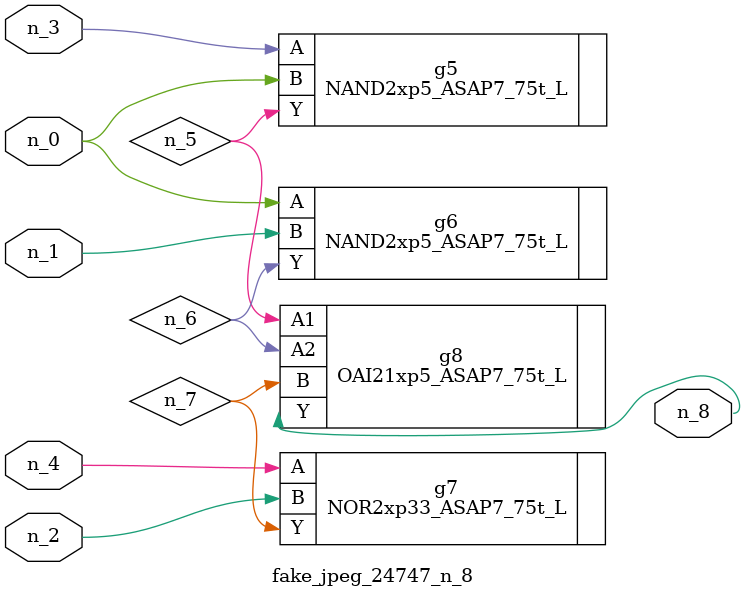
<source format=v>
module fake_jpeg_24747_n_8 (n_3, n_2, n_1, n_0, n_4, n_8);

input n_3;
input n_2;
input n_1;
input n_0;
input n_4;

output n_8;

wire n_6;
wire n_5;
wire n_7;

NAND2xp5_ASAP7_75t_L g5 ( 
.A(n_3),
.B(n_0),
.Y(n_5)
);

NAND2xp5_ASAP7_75t_L g6 ( 
.A(n_0),
.B(n_1),
.Y(n_6)
);

NOR2xp33_ASAP7_75t_L g7 ( 
.A(n_4),
.B(n_2),
.Y(n_7)
);

OAI21xp5_ASAP7_75t_L g8 ( 
.A1(n_5),
.A2(n_6),
.B(n_7),
.Y(n_8)
);


endmodule
</source>
